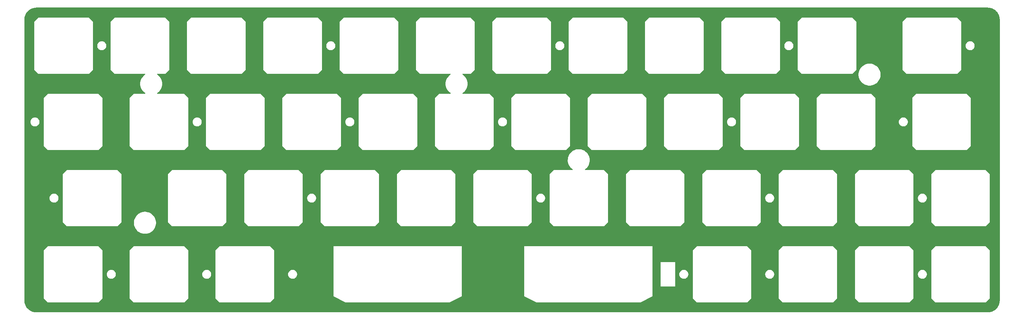
<source format=gbr>
%TF.GenerationSoftware,KiCad,Pcbnew,8.0.5*%
%TF.CreationDate,2024-12-14T14:37:58+01:00*%
%TF.ProjectId,plate tray split,706c6174-6520-4747-9261-792073706c69,rev?*%
%TF.SameCoordinates,Original*%
%TF.FileFunction,Copper,L1,Top*%
%TF.FilePolarity,Positive*%
%FSLAX46Y46*%
G04 Gerber Fmt 4.6, Leading zero omitted, Abs format (unit mm)*
G04 Created by KiCad (PCBNEW 8.0.5) date 2024-12-14 14:37:58*
%MOMM*%
%LPD*%
G01*
G04 APERTURE LIST*
G04 APERTURE END LIST*
%TA.AperFunction,Conductor*%
%TO.N,GND*%
G36*
X263156897Y-21431762D02*
G01*
X263318309Y-21434031D01*
X263330434Y-21434798D01*
X263652045Y-21471039D01*
X263665728Y-21473363D01*
X263980427Y-21545195D01*
X263993762Y-21549037D01*
X264298426Y-21655646D01*
X264311249Y-21660958D01*
X264602059Y-21801007D01*
X264614228Y-21807733D01*
X264792780Y-21919924D01*
X264887490Y-21979435D01*
X264887518Y-21979452D01*
X264898859Y-21987499D01*
X265151203Y-22188738D01*
X265161571Y-22198004D01*
X265389791Y-22426224D01*
X265399057Y-22436592D01*
X265600297Y-22688937D01*
X265608343Y-22700277D01*
X265780062Y-22973563D01*
X265786789Y-22985733D01*
X265926834Y-23276533D01*
X265932155Y-23289380D01*
X266038756Y-23594020D01*
X266042606Y-23607382D01*
X266114432Y-23922053D01*
X266116761Y-23935762D01*
X266153000Y-24257350D01*
X266153768Y-24269495D01*
X266156033Y-24430895D01*
X266156045Y-24432635D01*
X266156045Y-94630772D01*
X266156033Y-94632507D01*
X266153774Y-94793901D01*
X266153006Y-94806051D01*
X266116767Y-95127639D01*
X266114438Y-95141348D01*
X266042612Y-95456020D01*
X266038762Y-95469382D01*
X265932159Y-95774025D01*
X265926838Y-95786872D01*
X265786794Y-96077670D01*
X265780067Y-96089840D01*
X265608349Y-96363124D01*
X265600303Y-96374464D01*
X265399062Y-96626811D01*
X265389796Y-96637179D01*
X265161575Y-96865400D01*
X265151207Y-96874666D01*
X264898862Y-97075905D01*
X264887521Y-97083952D01*
X264614231Y-97255672D01*
X264602061Y-97262398D01*
X264311265Y-97402440D01*
X264298419Y-97407761D01*
X263993776Y-97514364D01*
X263980414Y-97518214D01*
X263665742Y-97590039D01*
X263652033Y-97592368D01*
X263330444Y-97628606D01*
X263318299Y-97629374D01*
X263156899Y-97631639D01*
X263155159Y-97631651D01*
X25769635Y-97631651D01*
X25767896Y-97631639D01*
X25762082Y-97631557D01*
X25606491Y-97629373D01*
X25594348Y-97628605D01*
X25272758Y-97592370D01*
X25259050Y-97590041D01*
X24944384Y-97518221D01*
X24931021Y-97514372D01*
X24626364Y-97407768D01*
X24613517Y-97402446D01*
X24322725Y-97262408D01*
X24310555Y-97255682D01*
X24037265Y-97083963D01*
X24025924Y-97075916D01*
X23773578Y-96874676D01*
X23763210Y-96865410D01*
X23534989Y-96637189D01*
X23525723Y-96626821D01*
X23324483Y-96374475D01*
X23316436Y-96363134D01*
X23144717Y-96089844D01*
X23137991Y-96077674D01*
X22997953Y-95786882D01*
X22992631Y-95774035D01*
X22886028Y-95469382D01*
X22886025Y-95469374D01*
X22882178Y-95456015D01*
X22810358Y-95141349D01*
X22808029Y-95127641D01*
X22805619Y-95106249D01*
X22771793Y-94806040D01*
X22771026Y-94793919D01*
X22768764Y-94632505D01*
X22768752Y-94630767D01*
X22768752Y-82106249D01*
X27625000Y-82106249D01*
X27625000Y-82106250D01*
X27625000Y-94106250D01*
X28625000Y-95106250D01*
X41225000Y-95106250D01*
X42225000Y-94106250D01*
X42225000Y-88106250D01*
X43324915Y-88106250D01*
X43345247Y-88319174D01*
X43405507Y-88524402D01*
X43455716Y-88621794D01*
X43503520Y-88714521D01*
X43635735Y-88882645D01*
X43635743Y-88882653D01*
X43797387Y-89022717D01*
X43982619Y-89129661D01*
X43982620Y-89129661D01*
X43982623Y-89129663D01*
X44184751Y-89199621D01*
X44396466Y-89230061D01*
X44610116Y-89219883D01*
X44817979Y-89169456D01*
X45012543Y-89080602D01*
X45186774Y-88956533D01*
X45334377Y-88801731D01*
X45450015Y-88621794D01*
X45529511Y-88423223D01*
X45569991Y-88213196D01*
X45572532Y-88106250D01*
X45569991Y-87999304D01*
X45529511Y-87789277D01*
X45450015Y-87590706D01*
X45334377Y-87410769D01*
X45186774Y-87255967D01*
X45012543Y-87131898D01*
X45012541Y-87131897D01*
X45012542Y-87131897D01*
X44905116Y-87082838D01*
X44817979Y-87043044D01*
X44610116Y-86992617D01*
X44396466Y-86982439D01*
X44396465Y-86982439D01*
X44396464Y-86982439D01*
X44396463Y-86982439D01*
X44184749Y-87012879D01*
X43982619Y-87082838D01*
X43797388Y-87189782D01*
X43797387Y-87189782D01*
X43635743Y-87329846D01*
X43635735Y-87329854D01*
X43503520Y-87497978D01*
X43455716Y-87590706D01*
X43405507Y-87688098D01*
X43345247Y-87893326D01*
X43324915Y-88106250D01*
X42225000Y-88106250D01*
X42225000Y-82106250D01*
X42224999Y-82106249D01*
X49056250Y-82106249D01*
X49056250Y-82106250D01*
X49056250Y-94106250D01*
X50056250Y-95106250D01*
X62656250Y-95106250D01*
X63656250Y-94106250D01*
X63656250Y-88106250D01*
X67137415Y-88106250D01*
X67157747Y-88319174D01*
X67218007Y-88524402D01*
X67268216Y-88621794D01*
X67316020Y-88714521D01*
X67448235Y-88882645D01*
X67448243Y-88882653D01*
X67609887Y-89022717D01*
X67795119Y-89129661D01*
X67795120Y-89129661D01*
X67795123Y-89129663D01*
X67997251Y-89199621D01*
X68208966Y-89230061D01*
X68422616Y-89219883D01*
X68630479Y-89169456D01*
X68825043Y-89080602D01*
X68999274Y-88956533D01*
X69146877Y-88801731D01*
X69262515Y-88621794D01*
X69342011Y-88423223D01*
X69382491Y-88213196D01*
X69385032Y-88106250D01*
X69382491Y-87999304D01*
X69342011Y-87789277D01*
X69262515Y-87590706D01*
X69146877Y-87410769D01*
X68999274Y-87255967D01*
X68825043Y-87131898D01*
X68825041Y-87131897D01*
X68825042Y-87131897D01*
X68717616Y-87082838D01*
X68630479Y-87043044D01*
X68422616Y-86992617D01*
X68208966Y-86982439D01*
X68208965Y-86982439D01*
X68208964Y-86982439D01*
X68208963Y-86982439D01*
X67997249Y-87012879D01*
X67795119Y-87082838D01*
X67609888Y-87189782D01*
X67609887Y-87189782D01*
X67448243Y-87329846D01*
X67448235Y-87329854D01*
X67316020Y-87497978D01*
X67268216Y-87590706D01*
X67218007Y-87688098D01*
X67157747Y-87893326D01*
X67137415Y-88106250D01*
X63656250Y-88106250D01*
X63656250Y-82106250D01*
X63656249Y-82106249D01*
X70487500Y-82106249D01*
X70487500Y-82106250D01*
X70487500Y-94106250D01*
X71487500Y-95106250D01*
X84087500Y-95106250D01*
X85087500Y-94106250D01*
X85087500Y-88106250D01*
X88568665Y-88106250D01*
X88588997Y-88319174D01*
X88649257Y-88524402D01*
X88699466Y-88621794D01*
X88747270Y-88714521D01*
X88879485Y-88882645D01*
X88879493Y-88882653D01*
X89041137Y-89022717D01*
X89226369Y-89129661D01*
X89226370Y-89129661D01*
X89226373Y-89129663D01*
X89428501Y-89199621D01*
X89640216Y-89230061D01*
X89853866Y-89219883D01*
X90061729Y-89169456D01*
X90256293Y-89080602D01*
X90430524Y-88956533D01*
X90578127Y-88801731D01*
X90693765Y-88621794D01*
X90773261Y-88423223D01*
X90813741Y-88213196D01*
X90816282Y-88106250D01*
X99887500Y-88106250D01*
X99887500Y-93606250D01*
X99887501Y-93606251D01*
X102887499Y-95106250D01*
X128887500Y-95106250D01*
X128887501Y-95106250D01*
X131887498Y-93606251D01*
X131887500Y-93606250D01*
X131887500Y-88106250D01*
X147512500Y-88106250D01*
X147512500Y-93606250D01*
X147512501Y-93606251D01*
X150512499Y-95106250D01*
X176512500Y-95106250D01*
X176512501Y-95106250D01*
X179512498Y-93606251D01*
X179512500Y-93606250D01*
X179512500Y-91151781D01*
X181559133Y-91151781D01*
X185202687Y-91151781D01*
X185202687Y-88106250D01*
X186199915Y-88106250D01*
X186220247Y-88319174D01*
X186280507Y-88524402D01*
X186330716Y-88621794D01*
X186378520Y-88714521D01*
X186510735Y-88882645D01*
X186510743Y-88882653D01*
X186672387Y-89022717D01*
X186857619Y-89129661D01*
X186857620Y-89129661D01*
X186857623Y-89129663D01*
X187059751Y-89199621D01*
X187271466Y-89230061D01*
X187485116Y-89219883D01*
X187692979Y-89169456D01*
X187887543Y-89080602D01*
X188061774Y-88956533D01*
X188209377Y-88801731D01*
X188325015Y-88621794D01*
X188404511Y-88423223D01*
X188444991Y-88213196D01*
X188447532Y-88106250D01*
X188444991Y-87999304D01*
X188404511Y-87789277D01*
X188325015Y-87590706D01*
X188209377Y-87410769D01*
X188061774Y-87255967D01*
X187887543Y-87131898D01*
X187887541Y-87131897D01*
X187887542Y-87131897D01*
X187780116Y-87082838D01*
X187692979Y-87043044D01*
X187485116Y-86992617D01*
X187271466Y-86982439D01*
X187271465Y-86982439D01*
X187271464Y-86982439D01*
X187271463Y-86982439D01*
X187059749Y-87012879D01*
X186857619Y-87082838D01*
X186672388Y-87189782D01*
X186672387Y-87189782D01*
X186510743Y-87329846D01*
X186510735Y-87329854D01*
X186378520Y-87497978D01*
X186330716Y-87590706D01*
X186280507Y-87688098D01*
X186220247Y-87893326D01*
X186199915Y-88106250D01*
X185202687Y-88106250D01*
X185202687Y-85023727D01*
X181559133Y-85023727D01*
X181559133Y-91151781D01*
X179512500Y-91151781D01*
X179512500Y-88106250D01*
X179512500Y-82106249D01*
X189550000Y-82106249D01*
X189550000Y-82106250D01*
X189550000Y-94106250D01*
X190550000Y-95106250D01*
X203150000Y-95106250D01*
X204150000Y-94106250D01*
X204150000Y-88106250D01*
X207631165Y-88106250D01*
X207651497Y-88319174D01*
X207711757Y-88524402D01*
X207761966Y-88621794D01*
X207809770Y-88714521D01*
X207941985Y-88882645D01*
X207941993Y-88882653D01*
X208103637Y-89022717D01*
X208288869Y-89129661D01*
X208288870Y-89129661D01*
X208288873Y-89129663D01*
X208491001Y-89199621D01*
X208702716Y-89230061D01*
X208916366Y-89219883D01*
X209124229Y-89169456D01*
X209318793Y-89080602D01*
X209493024Y-88956533D01*
X209640627Y-88801731D01*
X209756265Y-88621794D01*
X209835761Y-88423223D01*
X209876241Y-88213196D01*
X209878782Y-88106250D01*
X209876241Y-87999304D01*
X209835761Y-87789277D01*
X209756265Y-87590706D01*
X209640627Y-87410769D01*
X209493024Y-87255967D01*
X209318793Y-87131898D01*
X209318791Y-87131897D01*
X209318792Y-87131897D01*
X209211366Y-87082838D01*
X209124229Y-87043044D01*
X208916366Y-86992617D01*
X208702716Y-86982439D01*
X208702715Y-86982439D01*
X208702714Y-86982439D01*
X208702713Y-86982439D01*
X208490999Y-87012879D01*
X208288869Y-87082838D01*
X208103638Y-87189782D01*
X208103637Y-87189782D01*
X207941993Y-87329846D01*
X207941985Y-87329854D01*
X207809770Y-87497978D01*
X207761966Y-87590706D01*
X207711757Y-87688098D01*
X207651497Y-87893326D01*
X207631165Y-88106250D01*
X204150000Y-88106250D01*
X204150000Y-82106250D01*
X204149999Y-82106249D01*
X210981250Y-82106249D01*
X210981250Y-82106250D01*
X210981250Y-94106250D01*
X211981250Y-95106250D01*
X224581250Y-95106250D01*
X225581250Y-94106250D01*
X225581250Y-82106250D01*
X225581249Y-82106249D01*
X230031250Y-82106249D01*
X230031250Y-82106250D01*
X230031250Y-94106250D01*
X231031250Y-95106250D01*
X243631250Y-95106250D01*
X244631250Y-94106250D01*
X244631250Y-88106250D01*
X245731165Y-88106250D01*
X245751497Y-88319174D01*
X245811757Y-88524402D01*
X245861966Y-88621794D01*
X245909770Y-88714521D01*
X246041985Y-88882645D01*
X246041993Y-88882653D01*
X246203637Y-89022717D01*
X246388869Y-89129661D01*
X246388870Y-89129661D01*
X246388873Y-89129663D01*
X246591001Y-89199621D01*
X246802716Y-89230061D01*
X247016366Y-89219883D01*
X247224229Y-89169456D01*
X247418793Y-89080602D01*
X247593024Y-88956533D01*
X247740627Y-88801731D01*
X247856265Y-88621794D01*
X247935761Y-88423223D01*
X247976241Y-88213196D01*
X247978782Y-88106250D01*
X247976241Y-87999304D01*
X247935761Y-87789277D01*
X247856265Y-87590706D01*
X247740627Y-87410769D01*
X247593024Y-87255967D01*
X247418793Y-87131898D01*
X247418791Y-87131897D01*
X247418792Y-87131897D01*
X247311366Y-87082838D01*
X247224229Y-87043044D01*
X247016366Y-86992617D01*
X246802716Y-86982439D01*
X246802715Y-86982439D01*
X246802714Y-86982439D01*
X246802713Y-86982439D01*
X246590999Y-87012879D01*
X246388869Y-87082838D01*
X246203638Y-87189782D01*
X246203637Y-87189782D01*
X246041993Y-87329846D01*
X246041985Y-87329854D01*
X245909770Y-87497978D01*
X245861966Y-87590706D01*
X245811757Y-87688098D01*
X245751497Y-87893326D01*
X245731165Y-88106250D01*
X244631250Y-88106250D01*
X244631250Y-82106250D01*
X244631249Y-82106249D01*
X249081250Y-82106249D01*
X249081250Y-82106250D01*
X249081250Y-94106250D01*
X250081250Y-95106250D01*
X262681250Y-95106250D01*
X263681250Y-94106250D01*
X263681250Y-82106250D01*
X262681250Y-81106250D01*
X250081249Y-81106250D01*
X249081250Y-82106249D01*
X244631249Y-82106249D01*
X243631250Y-81106250D01*
X231031249Y-81106250D01*
X230031250Y-82106249D01*
X225581249Y-82106249D01*
X224581250Y-81106250D01*
X211981249Y-81106250D01*
X210981250Y-82106249D01*
X204149999Y-82106249D01*
X203150000Y-81106250D01*
X190549999Y-81106250D01*
X189550000Y-82106249D01*
X179512500Y-82106249D01*
X179512500Y-81106250D01*
X147512500Y-81106250D01*
X147512500Y-88106250D01*
X131887500Y-88106250D01*
X131887500Y-81106250D01*
X99887500Y-81106250D01*
X99887500Y-88106250D01*
X90816282Y-88106250D01*
X90813741Y-87999304D01*
X90773261Y-87789277D01*
X90693765Y-87590706D01*
X90578127Y-87410769D01*
X90430524Y-87255967D01*
X90256293Y-87131898D01*
X90256291Y-87131897D01*
X90256292Y-87131897D01*
X90148866Y-87082838D01*
X90061729Y-87043044D01*
X89853866Y-86992617D01*
X89640216Y-86982439D01*
X89640215Y-86982439D01*
X89640214Y-86982439D01*
X89640213Y-86982439D01*
X89428499Y-87012879D01*
X89226369Y-87082838D01*
X89041138Y-87189782D01*
X89041137Y-87189782D01*
X88879493Y-87329846D01*
X88879485Y-87329854D01*
X88747270Y-87497978D01*
X88699466Y-87590706D01*
X88649257Y-87688098D01*
X88588997Y-87893326D01*
X88568665Y-88106250D01*
X85087500Y-88106250D01*
X85087500Y-82106250D01*
X84087500Y-81106250D01*
X71487499Y-81106250D01*
X70487500Y-82106249D01*
X63656249Y-82106249D01*
X62656250Y-81106250D01*
X50056249Y-81106250D01*
X49056250Y-82106249D01*
X42224999Y-82106249D01*
X41225000Y-81106250D01*
X28624999Y-81106250D01*
X27625000Y-82106249D01*
X22768752Y-82106249D01*
X22768752Y-69056250D01*
X29037415Y-69056250D01*
X29057747Y-69269174D01*
X29118007Y-69474402D01*
X29168216Y-69571794D01*
X29216020Y-69664521D01*
X29348235Y-69832645D01*
X29348243Y-69832653D01*
X29509887Y-69972717D01*
X29695119Y-70079661D01*
X29695120Y-70079661D01*
X29695123Y-70079663D01*
X29897251Y-70149621D01*
X30108966Y-70180061D01*
X30322616Y-70169883D01*
X30530479Y-70119456D01*
X30725043Y-70030602D01*
X30899274Y-69906533D01*
X31046877Y-69751731D01*
X31162515Y-69571794D01*
X31242011Y-69373223D01*
X31282491Y-69163196D01*
X31285032Y-69056250D01*
X31282491Y-68949304D01*
X31242011Y-68739277D01*
X31162515Y-68540706D01*
X31046877Y-68360769D01*
X30899274Y-68205967D01*
X30725043Y-68081898D01*
X30725041Y-68081897D01*
X30725042Y-68081897D01*
X30617616Y-68032838D01*
X30530479Y-67993044D01*
X30322616Y-67942617D01*
X30108966Y-67932439D01*
X30108965Y-67932439D01*
X30108964Y-67932439D01*
X30108963Y-67932439D01*
X29897249Y-67962879D01*
X29695119Y-68032838D01*
X29509888Y-68139782D01*
X29509887Y-68139782D01*
X29348243Y-68279846D01*
X29348235Y-68279854D01*
X29216020Y-68447978D01*
X29168216Y-68540706D01*
X29118007Y-68638098D01*
X29057747Y-68843326D01*
X29037415Y-69056250D01*
X22768752Y-69056250D01*
X22768752Y-63056249D01*
X32387500Y-63056249D01*
X32387500Y-63056250D01*
X32387500Y-75056250D01*
X33387500Y-76056250D01*
X45987500Y-76056250D01*
X46978292Y-75065458D01*
X50121261Y-75065458D01*
X50121261Y-75397844D01*
X50161325Y-75727805D01*
X50221849Y-75973362D01*
X50240871Y-76050537D01*
X50358737Y-76361322D01*
X50460185Y-76554613D01*
X50513203Y-76655630D01*
X50513206Y-76655634D01*
X50513207Y-76655636D01*
X50702016Y-76929175D01*
X50702021Y-76929181D01*
X50922429Y-77177971D01*
X50922431Y-77177973D01*
X51171221Y-77398381D01*
X51171227Y-77398386D01*
X51386339Y-77546866D01*
X51444773Y-77587200D01*
X51629331Y-77684063D01*
X51739080Y-77741665D01*
X52049865Y-77859531D01*
X52049867Y-77859531D01*
X52049871Y-77859533D01*
X52372598Y-77939078D01*
X52627769Y-77970060D01*
X52702556Y-77979142D01*
X53034945Y-77979142D01*
X53034948Y-77979142D01*
X53104481Y-77970698D01*
X53364906Y-77939078D01*
X53687633Y-77859533D01*
X53998419Y-77741667D01*
X54292731Y-77587200D01*
X54566279Y-77398384D01*
X54815073Y-77177972D01*
X55035485Y-76929178D01*
X55224301Y-76655630D01*
X55378768Y-76361318D01*
X55496634Y-76050532D01*
X55576179Y-75727805D01*
X55616243Y-75397844D01*
X55618752Y-75231651D01*
X55616243Y-75065458D01*
X55576179Y-74735497D01*
X55496634Y-74412770D01*
X55378768Y-74101984D01*
X55378767Y-74101983D01*
X55378766Y-74101979D01*
X55321164Y-73992230D01*
X55224301Y-73807672D01*
X55183967Y-73749238D01*
X55035487Y-73534126D01*
X55035482Y-73534120D01*
X54815074Y-73285330D01*
X54815072Y-73285328D01*
X54566282Y-73064920D01*
X54566276Y-73064915D01*
X54292737Y-72876106D01*
X54292735Y-72876105D01*
X54292731Y-72876102D01*
X54191714Y-72823084D01*
X53998423Y-72721636D01*
X53687638Y-72603770D01*
X53610463Y-72584748D01*
X53364906Y-72524224D01*
X53199925Y-72504192D01*
X53034948Y-72484160D01*
X53034945Y-72484160D01*
X52702559Y-72484160D01*
X52702556Y-72484160D01*
X52504582Y-72508198D01*
X52372598Y-72524224D01*
X52208893Y-72564573D01*
X52049865Y-72603770D01*
X51739080Y-72721636D01*
X51444775Y-72876101D01*
X51444766Y-72876106D01*
X51171227Y-73064915D01*
X51171221Y-73064920D01*
X50922431Y-73285328D01*
X50922429Y-73285330D01*
X50702021Y-73534120D01*
X50702016Y-73534126D01*
X50513207Y-73807665D01*
X50513202Y-73807674D01*
X50358737Y-74101979D01*
X50240871Y-74412764D01*
X50240870Y-74412770D01*
X50161325Y-74735497D01*
X50121261Y-75065458D01*
X46978292Y-75065458D01*
X46987500Y-75056250D01*
X46987500Y-63056250D01*
X46987499Y-63056249D01*
X58581250Y-63056249D01*
X58581250Y-63056250D01*
X58581250Y-75056250D01*
X59581250Y-76056250D01*
X72181250Y-76056250D01*
X73181250Y-75056250D01*
X73181250Y-63056250D01*
X73181249Y-63056249D01*
X77631250Y-63056249D01*
X77631250Y-63056250D01*
X77631250Y-75056250D01*
X78631250Y-76056250D01*
X91231250Y-76056250D01*
X92231250Y-75056250D01*
X92231250Y-69056250D01*
X93331165Y-69056250D01*
X93351497Y-69269174D01*
X93411757Y-69474402D01*
X93461966Y-69571794D01*
X93509770Y-69664521D01*
X93641985Y-69832645D01*
X93641993Y-69832653D01*
X93803637Y-69972717D01*
X93988869Y-70079661D01*
X93988870Y-70079661D01*
X93988873Y-70079663D01*
X94191001Y-70149621D01*
X94402716Y-70180061D01*
X94616366Y-70169883D01*
X94824229Y-70119456D01*
X95018793Y-70030602D01*
X95193024Y-69906533D01*
X95340627Y-69751731D01*
X95456265Y-69571794D01*
X95535761Y-69373223D01*
X95576241Y-69163196D01*
X95578782Y-69056250D01*
X95576241Y-68949304D01*
X95535761Y-68739277D01*
X95456265Y-68540706D01*
X95340627Y-68360769D01*
X95193024Y-68205967D01*
X95018793Y-68081898D01*
X95018791Y-68081897D01*
X95018792Y-68081897D01*
X94911366Y-68032838D01*
X94824229Y-67993044D01*
X94616366Y-67942617D01*
X94402716Y-67932439D01*
X94402715Y-67932439D01*
X94402714Y-67932439D01*
X94402713Y-67932439D01*
X94190999Y-67962879D01*
X93988869Y-68032838D01*
X93803638Y-68139782D01*
X93803637Y-68139782D01*
X93641993Y-68279846D01*
X93641985Y-68279854D01*
X93509770Y-68447978D01*
X93461966Y-68540706D01*
X93411757Y-68638098D01*
X93351497Y-68843326D01*
X93331165Y-69056250D01*
X92231250Y-69056250D01*
X92231250Y-63056250D01*
X92231249Y-63056249D01*
X96681250Y-63056249D01*
X96681250Y-63056250D01*
X96681250Y-75056250D01*
X97681250Y-76056250D01*
X110281250Y-76056250D01*
X111281250Y-75056250D01*
X111281250Y-63056250D01*
X111281249Y-63056249D01*
X115731250Y-63056249D01*
X115731250Y-63056250D01*
X115731250Y-75056250D01*
X116731250Y-76056250D01*
X129331250Y-76056250D01*
X130331250Y-75056250D01*
X130331250Y-63056250D01*
X130331249Y-63056249D01*
X134781250Y-63056249D01*
X134781250Y-63056250D01*
X134781250Y-75056250D01*
X135781250Y-76056250D01*
X148381250Y-76056250D01*
X149381250Y-75056250D01*
X149381250Y-69056250D01*
X150481165Y-69056250D01*
X150501497Y-69269174D01*
X150561757Y-69474402D01*
X150611966Y-69571794D01*
X150659770Y-69664521D01*
X150791985Y-69832645D01*
X150791993Y-69832653D01*
X150953637Y-69972717D01*
X151138869Y-70079661D01*
X151138870Y-70079661D01*
X151138873Y-70079663D01*
X151341001Y-70149621D01*
X151552716Y-70180061D01*
X151766366Y-70169883D01*
X151974229Y-70119456D01*
X152168793Y-70030602D01*
X152343024Y-69906533D01*
X152490627Y-69751731D01*
X152606265Y-69571794D01*
X152685761Y-69373223D01*
X152726241Y-69163196D01*
X152728782Y-69056250D01*
X152726241Y-68949304D01*
X152685761Y-68739277D01*
X152606265Y-68540706D01*
X152490627Y-68360769D01*
X152343024Y-68205967D01*
X152168793Y-68081898D01*
X152168791Y-68081897D01*
X152168792Y-68081897D01*
X152061366Y-68032838D01*
X151974229Y-67993044D01*
X151766366Y-67942617D01*
X151552716Y-67932439D01*
X151552715Y-67932439D01*
X151552714Y-67932439D01*
X151552713Y-67932439D01*
X151340999Y-67962879D01*
X151138869Y-68032838D01*
X150953638Y-68139782D01*
X150953637Y-68139782D01*
X150791993Y-68279846D01*
X150791985Y-68279854D01*
X150659770Y-68447978D01*
X150611966Y-68540706D01*
X150561757Y-68638098D01*
X150501497Y-68843326D01*
X150481165Y-69056250D01*
X149381250Y-69056250D01*
X149381250Y-63056250D01*
X149381249Y-63056249D01*
X153831250Y-63056249D01*
X153831250Y-63056250D01*
X153831250Y-75056250D01*
X154831250Y-76056250D01*
X167431250Y-76056250D01*
X168431250Y-75056250D01*
X168431250Y-63056250D01*
X168431249Y-63056249D01*
X172881250Y-63056249D01*
X172881250Y-63056250D01*
X172881250Y-75056250D01*
X173881250Y-76056250D01*
X186481250Y-76056250D01*
X187481250Y-75056250D01*
X187481250Y-63056250D01*
X187481249Y-63056249D01*
X191931250Y-63056249D01*
X191931250Y-63056250D01*
X191931250Y-75056250D01*
X192931250Y-76056250D01*
X205531250Y-76056250D01*
X206531250Y-75056250D01*
X206531250Y-69056250D01*
X207631165Y-69056250D01*
X207651497Y-69269174D01*
X207711757Y-69474402D01*
X207761966Y-69571794D01*
X207809770Y-69664521D01*
X207941985Y-69832645D01*
X207941993Y-69832653D01*
X208103637Y-69972717D01*
X208288869Y-70079661D01*
X208288870Y-70079661D01*
X208288873Y-70079663D01*
X208491001Y-70149621D01*
X208702716Y-70180061D01*
X208916366Y-70169883D01*
X209124229Y-70119456D01*
X209318793Y-70030602D01*
X209493024Y-69906533D01*
X209640627Y-69751731D01*
X209756265Y-69571794D01*
X209835761Y-69373223D01*
X209876241Y-69163196D01*
X209878782Y-69056250D01*
X209876241Y-68949304D01*
X209835761Y-68739277D01*
X209756265Y-68540706D01*
X209640627Y-68360769D01*
X209493024Y-68205967D01*
X209318793Y-68081898D01*
X209318791Y-68081897D01*
X209318792Y-68081897D01*
X209211366Y-68032838D01*
X209124229Y-67993044D01*
X208916366Y-67942617D01*
X208702716Y-67932439D01*
X208702715Y-67932439D01*
X208702714Y-67932439D01*
X208702713Y-67932439D01*
X208490999Y-67962879D01*
X208288869Y-68032838D01*
X208103638Y-68139782D01*
X208103637Y-68139782D01*
X207941993Y-68279846D01*
X207941985Y-68279854D01*
X207809770Y-68447978D01*
X207761966Y-68540706D01*
X207711757Y-68638098D01*
X207651497Y-68843326D01*
X207631165Y-69056250D01*
X206531250Y-69056250D01*
X206531250Y-63056250D01*
X206531249Y-63056249D01*
X210981250Y-63056249D01*
X210981250Y-63056250D01*
X210981250Y-75056250D01*
X211981250Y-76056250D01*
X224581250Y-76056250D01*
X225581250Y-75056250D01*
X225581250Y-63056250D01*
X225581249Y-63056249D01*
X230031250Y-63056249D01*
X230031250Y-63056250D01*
X230031250Y-75056250D01*
X231031250Y-76056250D01*
X243631250Y-76056250D01*
X244631250Y-75056250D01*
X244631250Y-69056250D01*
X245731165Y-69056250D01*
X245751497Y-69269174D01*
X245811757Y-69474402D01*
X245861966Y-69571794D01*
X245909770Y-69664521D01*
X246041985Y-69832645D01*
X246041993Y-69832653D01*
X246203637Y-69972717D01*
X246388869Y-70079661D01*
X246388870Y-70079661D01*
X246388873Y-70079663D01*
X246591001Y-70149621D01*
X246802716Y-70180061D01*
X247016366Y-70169883D01*
X247224229Y-70119456D01*
X247418793Y-70030602D01*
X247593024Y-69906533D01*
X247740627Y-69751731D01*
X247856265Y-69571794D01*
X247935761Y-69373223D01*
X247976241Y-69163196D01*
X247978782Y-69056250D01*
X247976241Y-68949304D01*
X247935761Y-68739277D01*
X247856265Y-68540706D01*
X247740627Y-68360769D01*
X247593024Y-68205967D01*
X247418793Y-68081898D01*
X247418791Y-68081897D01*
X247418792Y-68081897D01*
X247311366Y-68032838D01*
X247224229Y-67993044D01*
X247016366Y-67942617D01*
X246802716Y-67932439D01*
X246802715Y-67932439D01*
X246802714Y-67932439D01*
X246802713Y-67932439D01*
X246590999Y-67962879D01*
X246388869Y-68032838D01*
X246203638Y-68139782D01*
X246203637Y-68139782D01*
X246041993Y-68279846D01*
X246041985Y-68279854D01*
X245909770Y-68447978D01*
X245861966Y-68540706D01*
X245811757Y-68638098D01*
X245751497Y-68843326D01*
X245731165Y-69056250D01*
X244631250Y-69056250D01*
X244631250Y-63056250D01*
X244631249Y-63056249D01*
X249081250Y-63056249D01*
X249081250Y-63056250D01*
X249081250Y-75056250D01*
X250081250Y-76056250D01*
X262681250Y-76056250D01*
X263681250Y-75056250D01*
X263681250Y-63056250D01*
X262681250Y-62056250D01*
X250081249Y-62056250D01*
X249081250Y-63056249D01*
X244631249Y-63056249D01*
X243631250Y-62056250D01*
X231031249Y-62056250D01*
X230031250Y-63056249D01*
X225581249Y-63056249D01*
X224581250Y-62056250D01*
X211981249Y-62056250D01*
X210981250Y-63056249D01*
X206531249Y-63056249D01*
X205531250Y-62056250D01*
X192931249Y-62056250D01*
X191931250Y-63056249D01*
X187481249Y-63056249D01*
X186481250Y-62056250D01*
X173881249Y-62056250D01*
X172881250Y-63056249D01*
X168431249Y-63056249D01*
X167431250Y-62056250D01*
X162760105Y-62056250D01*
X162693066Y-62036565D01*
X162647311Y-61983761D01*
X162637367Y-61914603D01*
X162666392Y-61851047D01*
X162693086Y-61827921D01*
X162729421Y-61804580D01*
X162982966Y-61595078D01*
X163209711Y-61356831D01*
X163209712Y-61356829D01*
X163209713Y-61356829D01*
X163406422Y-61093236D01*
X163406421Y-61093236D01*
X163570285Y-60808064D01*
X163698965Y-60505381D01*
X163790622Y-60189510D01*
X163843949Y-59864961D01*
X163858184Y-59536368D01*
X163833124Y-59208424D01*
X163769126Y-58885810D01*
X163667104Y-58573132D01*
X163528516Y-58274856D01*
X163355338Y-57995239D01*
X163150046Y-57738275D01*
X162915569Y-57507633D01*
X162915567Y-57507631D01*
X162655262Y-57306609D01*
X162655249Y-57306600D01*
X162372823Y-57138062D01*
X162372807Y-57138054D01*
X162072304Y-57004409D01*
X161757990Y-56907556D01*
X161757975Y-56907553D01*
X161434371Y-56848886D01*
X161434346Y-56848883D01*
X161106053Y-56829235D01*
X161106037Y-56829235D01*
X160777743Y-56848883D01*
X160777718Y-56848886D01*
X160454114Y-56907553D01*
X160454099Y-56907556D01*
X160139785Y-57004409D01*
X159839282Y-57138054D01*
X159839266Y-57138062D01*
X159556840Y-57306600D01*
X159556827Y-57306609D01*
X159296522Y-57507631D01*
X159062048Y-57738270D01*
X159062041Y-57738277D01*
X158856750Y-57995241D01*
X158856749Y-57995242D01*
X158683578Y-58274849D01*
X158683569Y-58274865D01*
X158544987Y-58573127D01*
X158442965Y-58885807D01*
X158378966Y-59208423D01*
X158353906Y-59536368D01*
X158368141Y-59864961D01*
X158368142Y-59864968D01*
X158421467Y-60189507D01*
X158421468Y-60189510D01*
X158513125Y-60505381D01*
X158641805Y-60808064D01*
X158641808Y-60808070D01*
X158641809Y-60808072D01*
X158805666Y-61093233D01*
X158805667Y-61093236D01*
X159002377Y-61356829D01*
X159002379Y-61356831D01*
X159229124Y-61595078D01*
X159482669Y-61804580D01*
X159519004Y-61827921D01*
X159564769Y-61880716D01*
X159574726Y-61949872D01*
X159545714Y-62013434D01*
X159486944Y-62051220D01*
X159451985Y-62056250D01*
X154831249Y-62056250D01*
X153831250Y-63056249D01*
X149381249Y-63056249D01*
X148381250Y-62056250D01*
X135781249Y-62056250D01*
X134781250Y-63056249D01*
X130331249Y-63056249D01*
X129331250Y-62056250D01*
X116731249Y-62056250D01*
X115731250Y-63056249D01*
X111281249Y-63056249D01*
X110281250Y-62056250D01*
X97681249Y-62056250D01*
X96681250Y-63056249D01*
X92231249Y-63056249D01*
X91231250Y-62056250D01*
X78631249Y-62056250D01*
X77631250Y-63056249D01*
X73181249Y-63056249D01*
X72181250Y-62056250D01*
X59581249Y-62056250D01*
X58581250Y-63056249D01*
X46987499Y-63056249D01*
X45987500Y-62056250D01*
X33387499Y-62056250D01*
X32387500Y-63056249D01*
X22768752Y-63056249D01*
X22768752Y-50006250D01*
X24274915Y-50006250D01*
X24295247Y-50219174D01*
X24355507Y-50424402D01*
X24405716Y-50521794D01*
X24453520Y-50614521D01*
X24585735Y-50782645D01*
X24585743Y-50782653D01*
X24747387Y-50922717D01*
X24932619Y-51029661D01*
X24932620Y-51029661D01*
X24932623Y-51029663D01*
X25134751Y-51099621D01*
X25346466Y-51130061D01*
X25560116Y-51119883D01*
X25767979Y-51069456D01*
X25962543Y-50980602D01*
X26136774Y-50856533D01*
X26284377Y-50701731D01*
X26400015Y-50521794D01*
X26479511Y-50323223D01*
X26519991Y-50113196D01*
X26522532Y-50006250D01*
X26519991Y-49899304D01*
X26479511Y-49689277D01*
X26400015Y-49490706D01*
X26284377Y-49310769D01*
X26136774Y-49155967D01*
X25962543Y-49031898D01*
X25962541Y-49031897D01*
X25962542Y-49031897D01*
X25855116Y-48982838D01*
X25767979Y-48943044D01*
X25560116Y-48892617D01*
X25346466Y-48882439D01*
X25346465Y-48882439D01*
X25346464Y-48882439D01*
X25346463Y-48882439D01*
X25134749Y-48912879D01*
X24932619Y-48982838D01*
X24747388Y-49089782D01*
X24747387Y-49089782D01*
X24585743Y-49229846D01*
X24585735Y-49229854D01*
X24453520Y-49397978D01*
X24405716Y-49490706D01*
X24355507Y-49588098D01*
X24295247Y-49793326D01*
X24274915Y-50006250D01*
X22768752Y-50006250D01*
X22768752Y-44006249D01*
X27625000Y-44006249D01*
X27625000Y-44006250D01*
X27625000Y-56006250D01*
X28625000Y-57006250D01*
X41225000Y-57006250D01*
X42225000Y-56006250D01*
X42225000Y-44006250D01*
X41225000Y-43006250D01*
X28624999Y-43006250D01*
X27625000Y-44006249D01*
X22768752Y-44006249D01*
X22768752Y-24956249D01*
X25243750Y-24956249D01*
X25243750Y-24956250D01*
X25243750Y-36956250D01*
X26243750Y-37956250D01*
X38843750Y-37956250D01*
X39843750Y-36956250D01*
X39843750Y-30956250D01*
X40943665Y-30956250D01*
X40963997Y-31169174D01*
X41024257Y-31374402D01*
X41074466Y-31471794D01*
X41122270Y-31564521D01*
X41254485Y-31732645D01*
X41254493Y-31732653D01*
X41416137Y-31872717D01*
X41601369Y-31979661D01*
X41601370Y-31979661D01*
X41601373Y-31979663D01*
X41803501Y-32049621D01*
X42015216Y-32080061D01*
X42228866Y-32069883D01*
X42436729Y-32019456D01*
X42631293Y-31930602D01*
X42805524Y-31806533D01*
X42953127Y-31651731D01*
X43068765Y-31471794D01*
X43148261Y-31273223D01*
X43188741Y-31063196D01*
X43191282Y-30956250D01*
X43188741Y-30849304D01*
X43148261Y-30639277D01*
X43068765Y-30440706D01*
X42953127Y-30260769D01*
X42805524Y-30105967D01*
X42631293Y-29981898D01*
X42631291Y-29981897D01*
X42631292Y-29981897D01*
X42523866Y-29932838D01*
X42436729Y-29893044D01*
X42228866Y-29842617D01*
X42015216Y-29832439D01*
X42015215Y-29832439D01*
X42015214Y-29832439D01*
X42015213Y-29832439D01*
X41803499Y-29862879D01*
X41601369Y-29932838D01*
X41416138Y-30039782D01*
X41416137Y-30039782D01*
X41254493Y-30179846D01*
X41254485Y-30179854D01*
X41122270Y-30347978D01*
X41074466Y-30440706D01*
X41024257Y-30538098D01*
X40963997Y-30743326D01*
X40943665Y-30956250D01*
X39843750Y-30956250D01*
X39843750Y-24956250D01*
X39843749Y-24956249D01*
X44293750Y-24956249D01*
X44293750Y-24956250D01*
X44293750Y-36956250D01*
X45293750Y-37956250D01*
X52837212Y-37956250D01*
X52904251Y-37975935D01*
X52950006Y-38028739D01*
X52959950Y-38097897D01*
X52930925Y-38161453D01*
X52899826Y-38187280D01*
X52885990Y-38195373D01*
X52618162Y-38399743D01*
X52377299Y-38635308D01*
X52377289Y-38635320D01*
X52167022Y-38898527D01*
X52167022Y-38898528D01*
X51990474Y-39185469D01*
X51990468Y-39185480D01*
X51850303Y-39491827D01*
X51850298Y-39491840D01*
X51748605Y-39813023D01*
X51686911Y-40144220D01*
X51686910Y-40144222D01*
X51666139Y-40480487D01*
X51666139Y-40480491D01*
X51686602Y-40816768D01*
X51686602Y-40816769D01*
X51747992Y-41148025D01*
X51849392Y-41469308D01*
X51989284Y-41775800D01*
X51989285Y-41775803D01*
X52139226Y-42019999D01*
X52165566Y-42062898D01*
X52375602Y-42326313D01*
X52375603Y-42326314D01*
X52375605Y-42326316D01*
X52616240Y-42562092D01*
X52616249Y-42562100D01*
X52883888Y-42766715D01*
X52883889Y-42766716D01*
X52898495Y-42775279D01*
X52946372Y-42826166D01*
X52959137Y-42894860D01*
X52932737Y-42959550D01*
X52875554Y-42999698D01*
X52835780Y-43006250D01*
X50056249Y-43006250D01*
X49056250Y-44006249D01*
X49056250Y-44006250D01*
X49056250Y-56006250D01*
X50056250Y-57006250D01*
X62656250Y-57006250D01*
X63656250Y-56006250D01*
X63656250Y-50006250D01*
X64756165Y-50006250D01*
X64776497Y-50219174D01*
X64836757Y-50424402D01*
X64886966Y-50521794D01*
X64934770Y-50614521D01*
X65066985Y-50782645D01*
X65066993Y-50782653D01*
X65228637Y-50922717D01*
X65413869Y-51029661D01*
X65413870Y-51029661D01*
X65413873Y-51029663D01*
X65616001Y-51099621D01*
X65827716Y-51130061D01*
X66041366Y-51119883D01*
X66249229Y-51069456D01*
X66443793Y-50980602D01*
X66618024Y-50856533D01*
X66765627Y-50701731D01*
X66881265Y-50521794D01*
X66960761Y-50323223D01*
X67001241Y-50113196D01*
X67003782Y-50006250D01*
X67001241Y-49899304D01*
X66960761Y-49689277D01*
X66881265Y-49490706D01*
X66765627Y-49310769D01*
X66618024Y-49155967D01*
X66443793Y-49031898D01*
X66443791Y-49031897D01*
X66443792Y-49031897D01*
X66336366Y-48982838D01*
X66249229Y-48943044D01*
X66041366Y-48892617D01*
X65827716Y-48882439D01*
X65827715Y-48882439D01*
X65827714Y-48882439D01*
X65827713Y-48882439D01*
X65615999Y-48912879D01*
X65413869Y-48982838D01*
X65228638Y-49089782D01*
X65228637Y-49089782D01*
X65066993Y-49229846D01*
X65066985Y-49229854D01*
X64934770Y-49397978D01*
X64886966Y-49490706D01*
X64836757Y-49588098D01*
X64776497Y-49793326D01*
X64756165Y-50006250D01*
X63656250Y-50006250D01*
X63656250Y-44006250D01*
X63656249Y-44006249D01*
X68106250Y-44006249D01*
X68106250Y-44006250D01*
X68106250Y-56006250D01*
X69106250Y-57006250D01*
X81706250Y-57006250D01*
X82706250Y-56006250D01*
X82706250Y-44006250D01*
X82706249Y-44006249D01*
X87156250Y-44006249D01*
X87156250Y-44006250D01*
X87156250Y-56006250D01*
X88156250Y-57006250D01*
X100756250Y-57006250D01*
X101756250Y-56006250D01*
X101756250Y-50006250D01*
X102856165Y-50006250D01*
X102876497Y-50219174D01*
X102936757Y-50424402D01*
X102986966Y-50521794D01*
X103034770Y-50614521D01*
X103166985Y-50782645D01*
X103166993Y-50782653D01*
X103328637Y-50922717D01*
X103513869Y-51029661D01*
X103513870Y-51029661D01*
X103513873Y-51029663D01*
X103716001Y-51099621D01*
X103927716Y-51130061D01*
X104141366Y-51119883D01*
X104349229Y-51069456D01*
X104543793Y-50980602D01*
X104718024Y-50856533D01*
X104865627Y-50701731D01*
X104981265Y-50521794D01*
X105060761Y-50323223D01*
X105101241Y-50113196D01*
X105103782Y-50006250D01*
X105101241Y-49899304D01*
X105060761Y-49689277D01*
X104981265Y-49490706D01*
X104865627Y-49310769D01*
X104718024Y-49155967D01*
X104543793Y-49031898D01*
X104543791Y-49031897D01*
X104543792Y-49031897D01*
X104436366Y-48982838D01*
X104349229Y-48943044D01*
X104141366Y-48892617D01*
X103927716Y-48882439D01*
X103927715Y-48882439D01*
X103927714Y-48882439D01*
X103927713Y-48882439D01*
X103715999Y-48912879D01*
X103513869Y-48982838D01*
X103328638Y-49089782D01*
X103328637Y-49089782D01*
X103166993Y-49229846D01*
X103166985Y-49229854D01*
X103034770Y-49397978D01*
X102986966Y-49490706D01*
X102936757Y-49588098D01*
X102876497Y-49793326D01*
X102856165Y-50006250D01*
X101756250Y-50006250D01*
X101756250Y-44006250D01*
X101756249Y-44006249D01*
X106206250Y-44006249D01*
X106206250Y-44006250D01*
X106206250Y-56006250D01*
X107206250Y-57006250D01*
X119806250Y-57006250D01*
X120806250Y-56006250D01*
X120806250Y-44006250D01*
X119806250Y-43006250D01*
X107206249Y-43006250D01*
X106206250Y-44006249D01*
X101756249Y-44006249D01*
X100756250Y-43006250D01*
X88156249Y-43006250D01*
X87156250Y-44006249D01*
X82706249Y-44006249D01*
X81706250Y-43006250D01*
X69106249Y-43006250D01*
X68106250Y-44006249D01*
X63656249Y-44006249D01*
X62656250Y-43006250D01*
X56001726Y-43006250D01*
X55934687Y-42986565D01*
X55888932Y-42933761D01*
X55878988Y-42864603D01*
X55908013Y-42801047D01*
X55939011Y-42775279D01*
X55941813Y-42773635D01*
X55953615Y-42766717D01*
X56221259Y-42562097D01*
X56461902Y-42326313D01*
X56671938Y-42062897D01*
X56848221Y-41775796D01*
X56988110Y-41469309D01*
X57089510Y-41148028D01*
X57150901Y-40816767D01*
X57171364Y-40480487D01*
X57150592Y-40144225D01*
X57150591Y-40144222D01*
X57150591Y-40144218D01*
X57088898Y-39813025D01*
X57088897Y-39813024D01*
X57088897Y-39813020D01*
X56987203Y-39491833D01*
X56904657Y-39311421D01*
X56847035Y-39185481D01*
X56847029Y-39185470D01*
X56670488Y-38898538D01*
X56670480Y-38898528D01*
X56460208Y-38635312D01*
X56219349Y-38399749D01*
X56219348Y-38399747D01*
X55951515Y-38195374D01*
X55951510Y-38195371D01*
X55937679Y-38187279D01*
X55889755Y-38136435D01*
X55876926Y-38067753D01*
X55903267Y-38003039D01*
X55960413Y-37962839D01*
X56000295Y-37956250D01*
X57893750Y-37956250D01*
X58893750Y-36956250D01*
X58893750Y-24956250D01*
X58893749Y-24956249D01*
X63343750Y-24956249D01*
X63343750Y-24956250D01*
X63343750Y-36956250D01*
X64343750Y-37956250D01*
X76943750Y-37956250D01*
X77943750Y-36956250D01*
X77943750Y-24956250D01*
X77943749Y-24956249D01*
X82393750Y-24956249D01*
X82393750Y-24956250D01*
X82393750Y-36956250D01*
X83393750Y-37956250D01*
X95993750Y-37956250D01*
X96993750Y-36956250D01*
X96993750Y-30956250D01*
X98093665Y-30956250D01*
X98113997Y-31169174D01*
X98174257Y-31374402D01*
X98224466Y-31471794D01*
X98272270Y-31564521D01*
X98404485Y-31732645D01*
X98404493Y-31732653D01*
X98566137Y-31872717D01*
X98751369Y-31979661D01*
X98751370Y-31979661D01*
X98751373Y-31979663D01*
X98953501Y-32049621D01*
X99165216Y-32080061D01*
X99378866Y-32069883D01*
X99586729Y-32019456D01*
X99781293Y-31930602D01*
X99955524Y-31806533D01*
X100103127Y-31651731D01*
X100218765Y-31471794D01*
X100298261Y-31273223D01*
X100338741Y-31063196D01*
X100341282Y-30956250D01*
X100338741Y-30849304D01*
X100298261Y-30639277D01*
X100218765Y-30440706D01*
X100103127Y-30260769D01*
X99955524Y-30105967D01*
X99781293Y-29981898D01*
X99781291Y-29981897D01*
X99781292Y-29981897D01*
X99673866Y-29932838D01*
X99586729Y-29893044D01*
X99378866Y-29842617D01*
X99165216Y-29832439D01*
X99165215Y-29832439D01*
X99165214Y-29832439D01*
X99165213Y-29832439D01*
X98953499Y-29862879D01*
X98751369Y-29932838D01*
X98566138Y-30039782D01*
X98566137Y-30039782D01*
X98404493Y-30179846D01*
X98404485Y-30179854D01*
X98272270Y-30347978D01*
X98224466Y-30440706D01*
X98174257Y-30538098D01*
X98113997Y-30743326D01*
X98093665Y-30956250D01*
X96993750Y-30956250D01*
X96993750Y-24956250D01*
X96993749Y-24956249D01*
X101443750Y-24956249D01*
X101443750Y-24956250D01*
X101443750Y-36956250D01*
X102443750Y-37956250D01*
X115043750Y-37956250D01*
X116043750Y-36956250D01*
X116043750Y-24956250D01*
X116043749Y-24956249D01*
X120493750Y-24956249D01*
X120493750Y-24956250D01*
X120493750Y-36956250D01*
X121493750Y-37956250D01*
X129037209Y-37956250D01*
X129104248Y-37975935D01*
X129150003Y-38028739D01*
X129159947Y-38097897D01*
X129130922Y-38161453D01*
X129099824Y-38187280D01*
X129085992Y-38195371D01*
X128818160Y-38399743D01*
X128577298Y-38635308D01*
X128577297Y-38635310D01*
X128367019Y-38898533D01*
X128190469Y-39185476D01*
X128190467Y-39185479D01*
X128050302Y-39491827D01*
X128050297Y-39491840D01*
X127948604Y-39813023D01*
X127886910Y-40144220D01*
X127886909Y-40144222D01*
X127866139Y-40480487D01*
X127866139Y-40480492D01*
X127886601Y-40816768D01*
X127947992Y-41148026D01*
X128049391Y-41469308D01*
X128189283Y-41775799D01*
X128365565Y-42062898D01*
X128365569Y-42062904D01*
X128575597Y-42326308D01*
X128575602Y-42326314D01*
X128803697Y-42549804D01*
X128816248Y-42562101D01*
X129083886Y-42766715D01*
X129083890Y-42766718D01*
X129098491Y-42775278D01*
X129146369Y-42826164D01*
X129159135Y-42894858D01*
X129132737Y-42959548D01*
X129075554Y-42999697D01*
X129035778Y-43006250D01*
X126256249Y-43006250D01*
X125256250Y-44006249D01*
X125256250Y-44006250D01*
X125256250Y-56006250D01*
X126256250Y-57006250D01*
X138856250Y-57006250D01*
X139856250Y-56006250D01*
X139856250Y-50006250D01*
X140956165Y-50006250D01*
X140976497Y-50219174D01*
X141036757Y-50424402D01*
X141086966Y-50521794D01*
X141134770Y-50614521D01*
X141266985Y-50782645D01*
X141266993Y-50782653D01*
X141428637Y-50922717D01*
X141613869Y-51029661D01*
X141613870Y-51029661D01*
X141613873Y-51029663D01*
X141816001Y-51099621D01*
X142027716Y-51130061D01*
X142241366Y-51119883D01*
X142449229Y-51069456D01*
X142643793Y-50980602D01*
X142818024Y-50856533D01*
X142965627Y-50701731D01*
X143081265Y-50521794D01*
X143160761Y-50323223D01*
X143201241Y-50113196D01*
X143203782Y-50006250D01*
X143201241Y-49899304D01*
X143160761Y-49689277D01*
X143081265Y-49490706D01*
X142965627Y-49310769D01*
X142818024Y-49155967D01*
X142643793Y-49031898D01*
X142643791Y-49031897D01*
X142643792Y-49031897D01*
X142536366Y-48982838D01*
X142449229Y-48943044D01*
X142241366Y-48892617D01*
X142027716Y-48882439D01*
X142027715Y-48882439D01*
X142027714Y-48882439D01*
X142027713Y-48882439D01*
X141815999Y-48912879D01*
X141613869Y-48982838D01*
X141428638Y-49089782D01*
X141428637Y-49089782D01*
X141266993Y-49229846D01*
X141266985Y-49229854D01*
X141134770Y-49397978D01*
X141086966Y-49490706D01*
X141036757Y-49588098D01*
X140976497Y-49793326D01*
X140956165Y-50006250D01*
X139856250Y-50006250D01*
X139856250Y-44006250D01*
X139856249Y-44006249D01*
X144306250Y-44006249D01*
X144306250Y-44006250D01*
X144306250Y-56006250D01*
X145306250Y-57006250D01*
X157906250Y-57006250D01*
X158906250Y-56006250D01*
X158906250Y-44006250D01*
X158906249Y-44006249D01*
X163356250Y-44006249D01*
X163356250Y-44006250D01*
X163356250Y-56006250D01*
X164356250Y-57006250D01*
X176956250Y-57006250D01*
X177956250Y-56006250D01*
X177956250Y-44006250D01*
X177956249Y-44006249D01*
X182406250Y-44006249D01*
X182406250Y-44006250D01*
X182406250Y-56006250D01*
X183406250Y-57006250D01*
X196006250Y-57006250D01*
X197006250Y-56006250D01*
X197006250Y-50006250D01*
X198106165Y-50006250D01*
X198126497Y-50219174D01*
X198186757Y-50424402D01*
X198236966Y-50521794D01*
X198284770Y-50614521D01*
X198416985Y-50782645D01*
X198416993Y-50782653D01*
X198578637Y-50922717D01*
X198763869Y-51029661D01*
X198763870Y-51029661D01*
X198763873Y-51029663D01*
X198966001Y-51099621D01*
X199177716Y-51130061D01*
X199391366Y-51119883D01*
X199599229Y-51069456D01*
X199793793Y-50980602D01*
X199968024Y-50856533D01*
X200115627Y-50701731D01*
X200231265Y-50521794D01*
X200310761Y-50323223D01*
X200351241Y-50113196D01*
X200353782Y-50006250D01*
X200351241Y-49899304D01*
X200310761Y-49689277D01*
X200231265Y-49490706D01*
X200115627Y-49310769D01*
X199968024Y-49155967D01*
X199793793Y-49031898D01*
X199793791Y-49031897D01*
X199793792Y-49031897D01*
X199686366Y-48982838D01*
X199599229Y-48943044D01*
X199391366Y-48892617D01*
X199177716Y-48882439D01*
X199177715Y-48882439D01*
X199177714Y-48882439D01*
X199177713Y-48882439D01*
X198965999Y-48912879D01*
X198763869Y-48982838D01*
X198578638Y-49089782D01*
X198578637Y-49089782D01*
X198416993Y-49229846D01*
X198416985Y-49229854D01*
X198284770Y-49397978D01*
X198236966Y-49490706D01*
X198186757Y-49588098D01*
X198126497Y-49793326D01*
X198106165Y-50006250D01*
X197006250Y-50006250D01*
X197006250Y-44006250D01*
X197006249Y-44006249D01*
X201456250Y-44006249D01*
X201456250Y-44006250D01*
X201456250Y-56006250D01*
X202456250Y-57006250D01*
X215056250Y-57006250D01*
X216056250Y-56006250D01*
X216056250Y-44006250D01*
X216056249Y-44006249D01*
X220506250Y-44006249D01*
X220506250Y-44006250D01*
X220506250Y-56006250D01*
X221506250Y-57006250D01*
X234106250Y-57006250D01*
X235106250Y-56006250D01*
X235106250Y-50006250D01*
X240968665Y-50006250D01*
X240988997Y-50219174D01*
X241049257Y-50424402D01*
X241099466Y-50521794D01*
X241147270Y-50614521D01*
X241279485Y-50782645D01*
X241279493Y-50782653D01*
X241441137Y-50922717D01*
X241626369Y-51029661D01*
X241626370Y-51029661D01*
X241626373Y-51029663D01*
X241828501Y-51099621D01*
X242040216Y-51130061D01*
X242253866Y-51119883D01*
X242461729Y-51069456D01*
X242656293Y-50980602D01*
X242830524Y-50856533D01*
X242978127Y-50701731D01*
X243093765Y-50521794D01*
X243173261Y-50323223D01*
X243213741Y-50113196D01*
X243216282Y-50006250D01*
X243213741Y-49899304D01*
X243173261Y-49689277D01*
X243093765Y-49490706D01*
X242978127Y-49310769D01*
X242830524Y-49155967D01*
X242656293Y-49031898D01*
X242656291Y-49031897D01*
X242656292Y-49031897D01*
X242548866Y-48982838D01*
X242461729Y-48943044D01*
X242253866Y-48892617D01*
X242040216Y-48882439D01*
X242040215Y-48882439D01*
X242040214Y-48882439D01*
X242040213Y-48882439D01*
X241828499Y-48912879D01*
X241626369Y-48982838D01*
X241441138Y-49089782D01*
X241441137Y-49089782D01*
X241279493Y-49229846D01*
X241279485Y-49229854D01*
X241147270Y-49397978D01*
X241099466Y-49490706D01*
X241049257Y-49588098D01*
X240988997Y-49793326D01*
X240968665Y-50006250D01*
X235106250Y-50006250D01*
X235106250Y-44006250D01*
X235106249Y-44006249D01*
X244318750Y-44006249D01*
X244318750Y-44006250D01*
X244318750Y-56006250D01*
X245318750Y-57006250D01*
X257918750Y-57006250D01*
X258918750Y-56006250D01*
X258918750Y-44006250D01*
X257918750Y-43006250D01*
X245318749Y-43006250D01*
X244318750Y-44006249D01*
X235106249Y-44006249D01*
X234106250Y-43006250D01*
X221506249Y-43006250D01*
X220506250Y-44006249D01*
X216056249Y-44006249D01*
X215056250Y-43006250D01*
X202456249Y-43006250D01*
X201456250Y-44006249D01*
X197006249Y-44006249D01*
X196006250Y-43006250D01*
X183406249Y-43006250D01*
X182406250Y-44006249D01*
X177956249Y-44006249D01*
X176956250Y-43006250D01*
X164356249Y-43006250D01*
X163356250Y-44006249D01*
X158906249Y-44006249D01*
X157906250Y-43006250D01*
X145306249Y-43006250D01*
X144306250Y-44006249D01*
X139856249Y-44006249D01*
X138856250Y-43006250D01*
X132201726Y-43006250D01*
X132134687Y-42986565D01*
X132088932Y-42933761D01*
X132078988Y-42864603D01*
X132108013Y-42801047D01*
X132139011Y-42775279D01*
X132141813Y-42773635D01*
X132153615Y-42766717D01*
X132421259Y-42562097D01*
X132661902Y-42326313D01*
X132871938Y-42062897D01*
X133048221Y-41775796D01*
X133188110Y-41469309D01*
X133289510Y-41148028D01*
X133350901Y-40816767D01*
X133371364Y-40480487D01*
X133350592Y-40144225D01*
X133350591Y-40144222D01*
X133350591Y-40144218D01*
X133288898Y-39813025D01*
X133288897Y-39813024D01*
X133288897Y-39813020D01*
X133187203Y-39491833D01*
X133104657Y-39311421D01*
X133047035Y-39185481D01*
X133047029Y-39185470D01*
X132870488Y-38898538D01*
X132870480Y-38898528D01*
X132660208Y-38635312D01*
X132419349Y-38399749D01*
X132419348Y-38399747D01*
X132151515Y-38195374D01*
X132151510Y-38195371D01*
X132137679Y-38187279D01*
X132089755Y-38136435D01*
X132076926Y-38067753D01*
X132098173Y-38015554D01*
X230908554Y-38015554D01*
X230908554Y-38347945D01*
X230914844Y-38399747D01*
X230948618Y-38677904D01*
X231002997Y-38898527D01*
X231028164Y-39000636D01*
X231146030Y-39311421D01*
X231240717Y-39491829D01*
X231300496Y-39605729D01*
X231300499Y-39605733D01*
X231300500Y-39605735D01*
X231489309Y-39879274D01*
X231489314Y-39879280D01*
X231709722Y-40128070D01*
X231709724Y-40128072D01*
X231958514Y-40348480D01*
X231958520Y-40348485D01*
X232149758Y-40480486D01*
X232232066Y-40537299D01*
X232416624Y-40634162D01*
X232526373Y-40691764D01*
X232837158Y-40809630D01*
X232837160Y-40809630D01*
X232837164Y-40809632D01*
X233159891Y-40889177D01*
X233415062Y-40920159D01*
X233489849Y-40929241D01*
X233822238Y-40929241D01*
X233822241Y-40929241D01*
X233891774Y-40920797D01*
X234152199Y-40889177D01*
X234474926Y-40809632D01*
X234785712Y-40691766D01*
X235080024Y-40537299D01*
X235353572Y-40348483D01*
X235602366Y-40128071D01*
X235822778Y-39879277D01*
X236011594Y-39605729D01*
X236166061Y-39311417D01*
X236283927Y-39000631D01*
X236363472Y-38677904D01*
X236403536Y-38347943D01*
X236406045Y-38181750D01*
X236403536Y-38015557D01*
X236363472Y-37685596D01*
X236283927Y-37362869D01*
X236166061Y-37052083D01*
X236166060Y-37052082D01*
X236166059Y-37052078D01*
X236108457Y-36942329D01*
X236011594Y-36757771D01*
X235971260Y-36699337D01*
X235822780Y-36484225D01*
X235822775Y-36484219D01*
X235602367Y-36235429D01*
X235602365Y-36235427D01*
X235353575Y-36015019D01*
X235353569Y-36015014D01*
X235080030Y-35826205D01*
X235080028Y-35826204D01*
X235080024Y-35826201D01*
X234979007Y-35773183D01*
X234785716Y-35671735D01*
X234474931Y-35553869D01*
X234397756Y-35534847D01*
X234152199Y-35474323D01*
X233987218Y-35454291D01*
X233822241Y-35434259D01*
X233822238Y-35434259D01*
X233489852Y-35434259D01*
X233489849Y-35434259D01*
X233291875Y-35458297D01*
X233159891Y-35474323D01*
X232996186Y-35514672D01*
X232837158Y-35553869D01*
X232526373Y-35671735D01*
X232232068Y-35826200D01*
X232232059Y-35826205D01*
X231958520Y-36015014D01*
X231958514Y-36015019D01*
X231709724Y-36235427D01*
X231709722Y-36235429D01*
X231489314Y-36484219D01*
X231489309Y-36484225D01*
X231300500Y-36757764D01*
X231300495Y-36757773D01*
X231146030Y-37052078D01*
X231028164Y-37362863D01*
X230948618Y-37685598D01*
X230908554Y-38015554D01*
X132098173Y-38015554D01*
X132103267Y-38003039D01*
X132160413Y-37962839D01*
X132200295Y-37956250D01*
X134093750Y-37956250D01*
X135093750Y-36956250D01*
X135093750Y-24956250D01*
X135093749Y-24956249D01*
X139543750Y-24956249D01*
X139543750Y-24956250D01*
X139543750Y-36956250D01*
X140543750Y-37956250D01*
X153143750Y-37956250D01*
X154143750Y-36956250D01*
X154143750Y-30956250D01*
X155243665Y-30956250D01*
X155263997Y-31169174D01*
X155324257Y-31374402D01*
X155374466Y-31471794D01*
X155422270Y-31564521D01*
X155554485Y-31732645D01*
X155554493Y-31732653D01*
X155716137Y-31872717D01*
X155901369Y-31979661D01*
X155901370Y-31979661D01*
X155901373Y-31979663D01*
X156103501Y-32049621D01*
X156315216Y-32080061D01*
X156528866Y-32069883D01*
X156736729Y-32019456D01*
X156931293Y-31930602D01*
X157105524Y-31806533D01*
X157253127Y-31651731D01*
X157368765Y-31471794D01*
X157448261Y-31273223D01*
X157488741Y-31063196D01*
X157491282Y-30956250D01*
X157488741Y-30849304D01*
X157448261Y-30639277D01*
X157368765Y-30440706D01*
X157253127Y-30260769D01*
X157105524Y-30105967D01*
X156931293Y-29981898D01*
X156931291Y-29981897D01*
X156931292Y-29981897D01*
X156823866Y-29932838D01*
X156736729Y-29893044D01*
X156528866Y-29842617D01*
X156315216Y-29832439D01*
X156315215Y-29832439D01*
X156315214Y-29832439D01*
X156315213Y-29832439D01*
X156103499Y-29862879D01*
X155901369Y-29932838D01*
X155716138Y-30039782D01*
X155716137Y-30039782D01*
X155554493Y-30179846D01*
X155554485Y-30179854D01*
X155422270Y-30347978D01*
X155374466Y-30440706D01*
X155324257Y-30538098D01*
X155263997Y-30743326D01*
X155243665Y-30956250D01*
X154143750Y-30956250D01*
X154143750Y-24956250D01*
X154143749Y-24956249D01*
X158593750Y-24956249D01*
X158593750Y-24956250D01*
X158593750Y-36956250D01*
X159593750Y-37956250D01*
X172193750Y-37956250D01*
X173193750Y-36956250D01*
X173193750Y-24956250D01*
X173193749Y-24956249D01*
X177643750Y-24956249D01*
X177643750Y-24956250D01*
X177643750Y-36956250D01*
X178643750Y-37956250D01*
X191243750Y-37956250D01*
X192243750Y-36956250D01*
X192243750Y-24956250D01*
X192243749Y-24956249D01*
X196693750Y-24956249D01*
X196693750Y-24956250D01*
X196693750Y-36956250D01*
X197693750Y-37956250D01*
X210293750Y-37956250D01*
X211293750Y-36956250D01*
X211293750Y-30956250D01*
X212393665Y-30956250D01*
X212413997Y-31169174D01*
X212474257Y-31374402D01*
X212524466Y-31471794D01*
X212572270Y-31564521D01*
X212704485Y-31732645D01*
X212704493Y-31732653D01*
X212866137Y-31872717D01*
X213051369Y-31979661D01*
X213051370Y-31979661D01*
X213051373Y-31979663D01*
X213253501Y-32049621D01*
X213465216Y-32080061D01*
X213678866Y-32069883D01*
X213886729Y-32019456D01*
X214081293Y-31930602D01*
X214255524Y-31806533D01*
X214403127Y-31651731D01*
X214518765Y-31471794D01*
X214598261Y-31273223D01*
X214638741Y-31063196D01*
X214641282Y-30956250D01*
X214638741Y-30849304D01*
X214598261Y-30639277D01*
X214518765Y-30440706D01*
X214403127Y-30260769D01*
X214255524Y-30105967D01*
X214081293Y-29981898D01*
X214081291Y-29981897D01*
X214081292Y-29981897D01*
X213973866Y-29932838D01*
X213886729Y-29893044D01*
X213678866Y-29842617D01*
X213465216Y-29832439D01*
X213465215Y-29832439D01*
X213465214Y-29832439D01*
X213465213Y-29832439D01*
X213253499Y-29862879D01*
X213051369Y-29932838D01*
X212866138Y-30039782D01*
X212866137Y-30039782D01*
X212704493Y-30179846D01*
X212704485Y-30179854D01*
X212572270Y-30347978D01*
X212524466Y-30440706D01*
X212474257Y-30538098D01*
X212413997Y-30743326D01*
X212393665Y-30956250D01*
X211293750Y-30956250D01*
X211293750Y-24956250D01*
X211293749Y-24956249D01*
X215743750Y-24956249D01*
X215743750Y-24956250D01*
X215743750Y-36956250D01*
X216743750Y-37956250D01*
X229343750Y-37956250D01*
X230343750Y-36956250D01*
X230343750Y-24956250D01*
X230343749Y-24956249D01*
X241937500Y-24956249D01*
X241937500Y-24956250D01*
X241937500Y-36956250D01*
X242937500Y-37956250D01*
X255537500Y-37956250D01*
X256537500Y-36956250D01*
X256537500Y-30956250D01*
X257637415Y-30956250D01*
X257657747Y-31169174D01*
X257718007Y-31374402D01*
X257768216Y-31471794D01*
X257816020Y-31564521D01*
X257948235Y-31732645D01*
X257948243Y-31732653D01*
X258109887Y-31872717D01*
X258295119Y-31979661D01*
X258295120Y-31979661D01*
X258295123Y-31979663D01*
X258497251Y-32049621D01*
X258708966Y-32080061D01*
X258922616Y-32069883D01*
X259130479Y-32019456D01*
X259325043Y-31930602D01*
X259499274Y-31806533D01*
X259646877Y-31651731D01*
X259762515Y-31471794D01*
X259842011Y-31273223D01*
X259882491Y-31063196D01*
X259885032Y-30956250D01*
X259882491Y-30849304D01*
X259842011Y-30639277D01*
X259762515Y-30440706D01*
X259646877Y-30260769D01*
X259499274Y-30105967D01*
X259325043Y-29981898D01*
X259325041Y-29981897D01*
X259325042Y-29981897D01*
X259217616Y-29932838D01*
X259130479Y-29893044D01*
X258922616Y-29842617D01*
X258708966Y-29832439D01*
X258708965Y-29832439D01*
X258708964Y-29832439D01*
X258708963Y-29832439D01*
X258497249Y-29862879D01*
X258295119Y-29932838D01*
X258109888Y-30039782D01*
X258109887Y-30039782D01*
X257948243Y-30179846D01*
X257948235Y-30179854D01*
X257816020Y-30347978D01*
X257768216Y-30440706D01*
X257718007Y-30538098D01*
X257657747Y-30743326D01*
X257637415Y-30956250D01*
X256537500Y-30956250D01*
X256537500Y-24956250D01*
X255537500Y-23956250D01*
X242937499Y-23956250D01*
X241937500Y-24956249D01*
X230343749Y-24956249D01*
X229343750Y-23956250D01*
X216743749Y-23956250D01*
X215743750Y-24956249D01*
X211293749Y-24956249D01*
X210293750Y-23956250D01*
X197693749Y-23956250D01*
X196693750Y-24956249D01*
X192243749Y-24956249D01*
X191243750Y-23956250D01*
X178643749Y-23956250D01*
X177643750Y-24956249D01*
X173193749Y-24956249D01*
X172193750Y-23956250D01*
X159593749Y-23956250D01*
X158593750Y-24956249D01*
X154143749Y-24956249D01*
X153143750Y-23956250D01*
X140543749Y-23956250D01*
X139543750Y-24956249D01*
X135093749Y-24956249D01*
X134093750Y-23956250D01*
X121493749Y-23956250D01*
X120493750Y-24956249D01*
X116043749Y-24956249D01*
X115043750Y-23956250D01*
X102443749Y-23956250D01*
X101443750Y-24956249D01*
X96993749Y-24956249D01*
X95993750Y-23956250D01*
X83393749Y-23956250D01*
X82393750Y-24956249D01*
X77943749Y-24956249D01*
X76943750Y-23956250D01*
X64343749Y-23956250D01*
X63343750Y-24956249D01*
X58893749Y-24956249D01*
X57893750Y-23956250D01*
X45293749Y-23956250D01*
X44293750Y-24956249D01*
X39843749Y-24956249D01*
X38843750Y-23956250D01*
X26243749Y-23956250D01*
X25243750Y-24956249D01*
X22768752Y-24956249D01*
X22768752Y-24432630D01*
X22768764Y-24430894D01*
X22768794Y-24428703D01*
X22771024Y-24269479D01*
X22771792Y-24257350D01*
X22808027Y-23935755D01*
X22810356Y-23922049D01*
X22882176Y-23607383D01*
X22882177Y-23607382D01*
X22882177Y-23607377D01*
X22886022Y-23594029D01*
X22992633Y-23289351D01*
X22997946Y-23276527D01*
X23137993Y-22985715D01*
X23144709Y-22973563D01*
X23316443Y-22700251D01*
X23324473Y-22688933D01*
X23525729Y-22436566D01*
X23534978Y-22426217D01*
X23763217Y-22197978D01*
X23773566Y-22188729D01*
X24025933Y-21987473D01*
X24037251Y-21979443D01*
X24310563Y-21807709D01*
X24322715Y-21800993D01*
X24613527Y-21660946D01*
X24626351Y-21655633D01*
X24931029Y-21549022D01*
X24944377Y-21545177D01*
X25259005Y-21473366D01*
X25259049Y-21473356D01*
X25272755Y-21471027D01*
X25594360Y-21434791D01*
X25606479Y-21434024D01*
X25767894Y-21431761D01*
X25769632Y-21431750D01*
X263155154Y-21431750D01*
X263156897Y-21431762D01*
G37*
%TD.AperFunction*%
%TD*%
M02*

</source>
